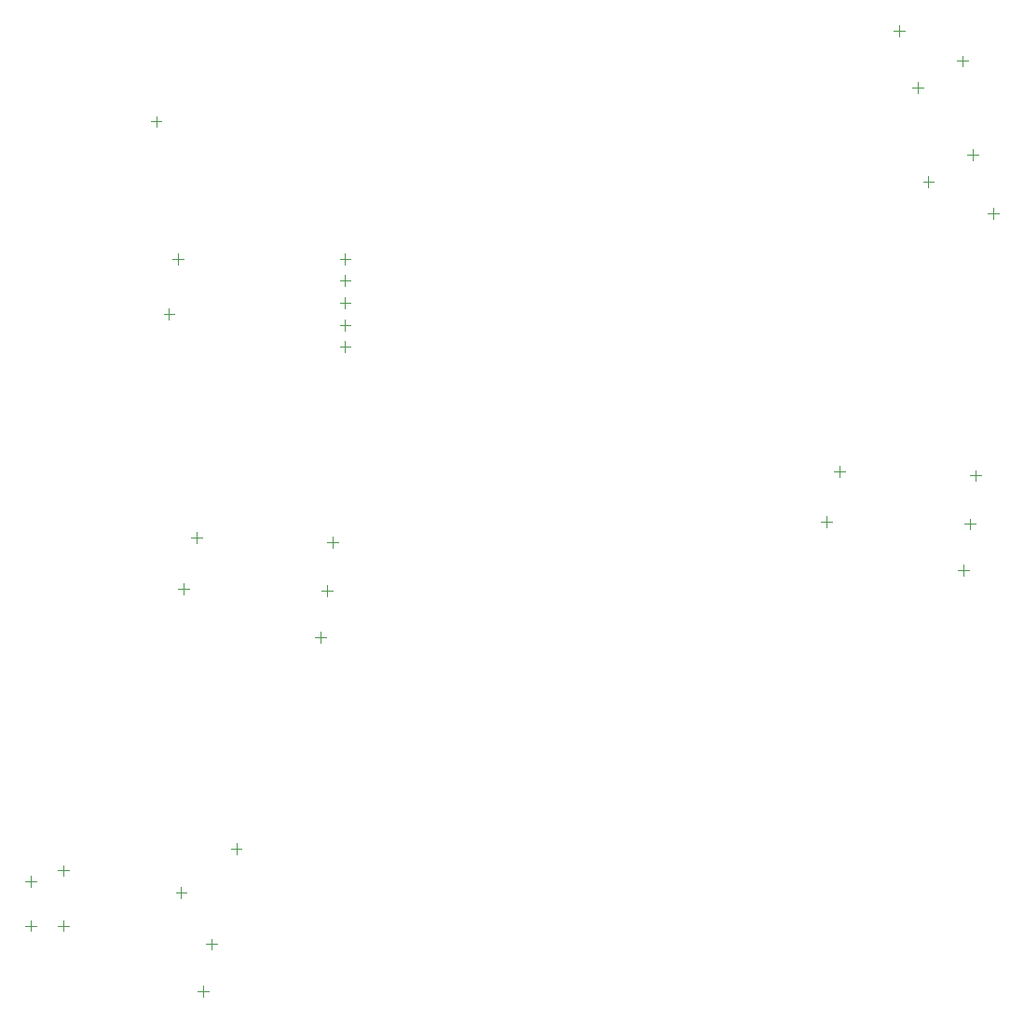
<source format=gbr>
%TF.GenerationSoftware,Altium Limited,Altium Designer,24.2.2 (26)*%
G04 Layer_Color=0*
%FSLAX45Y45*%
%MOMM*%
%TF.SameCoordinates,2C43E8B5-FC8E-40A2-A425-C8743FE8A27F*%
%TF.FilePolarity,Positive*%
%TF.FileFunction,Other,Top_Component_Center*%
%TF.Part,Single*%
G01*
G75*
%TA.AperFunction,NonConductor*%
%ADD123C,0.10000*%
D123*
X6132000Y11147000D02*
X6232000D01*
X6182000Y11097000D02*
Y11197000D01*
X6910000Y4490000D02*
Y4590000D01*
X6860000Y4540000D02*
X6960000D01*
X5290000Y3840000D02*
X5390000D01*
X5340000Y3790000D02*
Y3890000D01*
X5290000Y4340000D02*
X5390000D01*
X5340000Y4290000D02*
Y4390000D01*
X5040000Y3790000D02*
Y3890000D01*
X4990000Y3840000D02*
X5090000D01*
X5040000Y4190000D02*
Y4290000D01*
X4990000Y4240000D02*
X5090000D01*
X6250000Y9400001D02*
X6350000D01*
X6300000Y9350001D02*
Y9450000D01*
X6431021Y6853003D02*
Y6953002D01*
X6381022Y6903002D02*
X6481021D01*
X6498021Y7364003D02*
X6598021D01*
X6548021Y7314003D02*
Y7414002D01*
X7738021Y6834003D02*
Y6934002D01*
X7688021Y6884002D02*
X7788021D01*
X7628021Y6464003D02*
X7728021D01*
X7678021Y6414003D02*
Y6514002D01*
X7738021Y7324003D02*
X7838021D01*
X7788021Y7274003D02*
Y7374003D01*
X12340000Y7970000D02*
X12440000D01*
X12390000Y7920000D02*
Y8020000D01*
X13580000Y7440000D02*
Y7540000D01*
X13530000Y7490000D02*
X13630000D01*
X13470000Y7070000D02*
X13570000D01*
X13520000Y7020000D02*
Y7120000D01*
X12273001Y7459000D02*
Y7559000D01*
X12223001Y7509000D02*
X12323001D01*
X13580000Y7930000D02*
X13680000D01*
X13630000Y7880000D02*
Y7980000D01*
X6410000Y4090000D02*
Y4190000D01*
X6360000Y4140000D02*
X6460000D01*
X6610000Y3190000D02*
Y3290000D01*
X6560000Y3240000D02*
X6660000D01*
X6633000Y3671607D02*
X6733000D01*
X6683000Y3621607D02*
Y3721606D01*
X13200000Y10550000D02*
Y10650000D01*
X13150000Y10600000D02*
X13250000D01*
X13510983Y11647500D02*
Y11747500D01*
X13460985Y11697500D02*
X13560983D01*
X13550000Y10847500D02*
X13650000D01*
X13600000Y10797500D02*
Y10897500D01*
X13739999Y10312500D02*
X13839999D01*
X13789999Y10262500D02*
Y10362500D01*
X12881979Y11973498D02*
X12981979D01*
X12931979Y11923498D02*
Y12023498D01*
X13050000Y11452500D02*
X13150000D01*
X13100000Y11402500D02*
Y11502500D01*
X6380000Y9850000D02*
Y9950000D01*
X6330000Y9900000D02*
X6430000D01*
X7900000Y9050000D02*
Y9150000D01*
X7850000Y9100000D02*
X7950000D01*
X7900000Y9450000D02*
Y9550000D01*
X7850000Y9500000D02*
X7950000D01*
X7899994Y9250011D02*
Y9350011D01*
X7849994Y9300011D02*
X7949994D01*
X7900000Y9650000D02*
Y9750000D01*
X7850000Y9700000D02*
X7950000D01*
X7900000Y9850000D02*
Y9950000D01*
X7850000Y9900000D02*
X7950000D01*
%TF.MD5,3880bc451047d9365840466ec559554f*%
M02*

</source>
